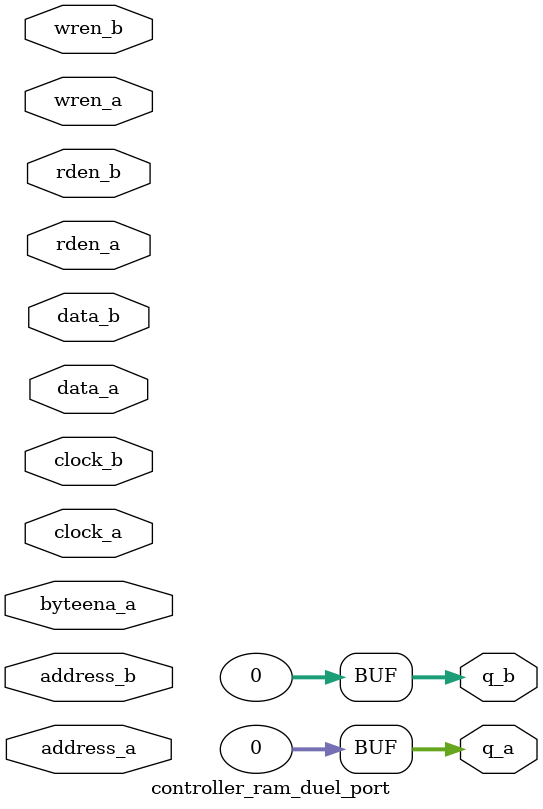
<source format=v>
module controller_ram_duel_port(	// file.cleaned.mlir:2:3
  input  [13:0] address_a,	// file.cleaned.mlir:2:42
                address_b,	// file.cleaned.mlir:2:63
  input  [3:0]  byteena_a,	// file.cleaned.mlir:2:84
  input         clock_a,	// file.cleaned.mlir:2:104
                clock_b,	// file.cleaned.mlir:2:122
  input  [31:0] data_a,	// file.cleaned.mlir:2:140
                data_b,	// file.cleaned.mlir:2:158
  input         rden_a,	// file.cleaned.mlir:2:176
                rden_b,	// file.cleaned.mlir:2:193
                wren_a,	// file.cleaned.mlir:2:210
                wren_b,	// file.cleaned.mlir:2:227
  output [31:0] q_a,	// file.cleaned.mlir:2:245
                q_b	// file.cleaned.mlir:2:260
);

  assign q_a = 32'h0;	// file.cleaned.mlir:3:15, :4:5
  assign q_b = 32'h0;	// file.cleaned.mlir:3:15, :4:5
endmodule


</source>
